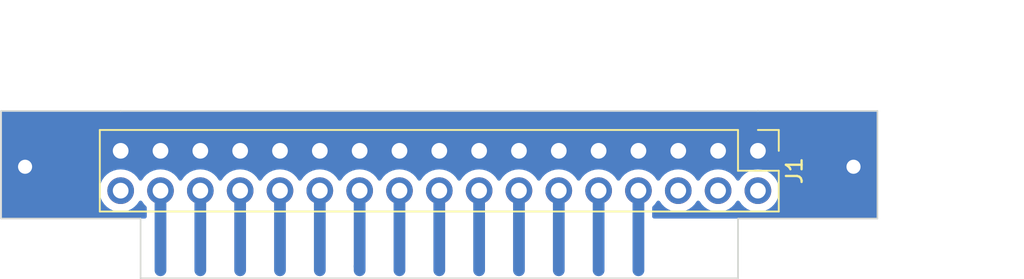
<source format=kicad_pcb>
(kicad_pcb (version 20221018) (generator pcbnew)
  (layers (0 "F.Cu" signal) (31 "B.Cu" signal) (34 "B.Paste" user) (35 "F.Paste" user) (36 "B.SilkS" user "B.Silkscreen") (37 "F.SilkS" user "F.Silkscreen") (38 "B.Mask" user) (39 "F.Mask" user) (44 "Edge.Cuts" user))
  (net 0 "")
  (net 4 "unconnected-(J1-Pin_8-Pad8)")
  (net 5 "unconnected-(J1-Pin_10-Pad10)")
  (net 6 "unconnected-(J1-Pin_12-Pad12)")
  (net 7 "unconnected-(J1-Pin_14-Pad14)")
  (net 8 "unconnected-(J1-Pin_16-Pad16)")
  (net 9 "unconnected-(J1-Pin_18-Pad18)")
  (net 10 "unconnected-(J1-Pin_20-Pad20)")
  (net 11 "unconnected-(J1-Pin_22-Pad22)")
  (net 12 "unconnected-(J1-Pin_24-Pad24)")
  (net 13 "unconnected-(J1-Pin_26-Pad26)")
  (net 14 "unconnected-(J1-Pin_28-Pad28)")
  (net 15 "unconnected-(J1-Pin_30-Pad30)")
  (net 16 "unconnected-(J1-Pin_32-Pad32)")
  (net 18 "GND")
  (footprint "Connector_PinHeader_2.54mm:PinHeader_2x17_P2.54mm_Vertical" (layer "F.Cu") (at 142.24 50.8 -90)
    (fp_text reference "J1" (at 1.27 -2.33 90) (layer "F.SilkS"))
    (fp_text value "Conn_02x17_Odd_Even" hide)
    (fp_line (start -1.33 -1.33) (end 0 -1.33) (stroke (width 0.12)) (layer "F.SilkS"))
    (fp_line (start -1.33 0) (end -1.33 -1.33) (stroke (width 0.12)) (layer "F.SilkS"))
    (fp_line (start -1.33 1.27) (end -1.33 41.97) (stroke (width 0.12)) (layer "F.SilkS"))
    (fp_line (start -1.33 1.27) (end 1.27 1.27) (stroke (width 0.12)) (layer "F.SilkS"))
    (fp_line (start -1.33 41.97) (end 3.87 41.97) (stroke (width 0.12)) (layer "F.SilkS"))
    (fp_line (start 1.27 -1.33) (end 3.87 -1.33) (stroke (width 0.12)) (layer "F.SilkS"))
    (fp_line (start 1.27 1.27) (end 1.27 -1.33) (stroke (width 0.12)) (layer "F.SilkS"))
    (fp_line (start 3.87 -1.33) (end 3.87 41.97) (stroke (width 0.12)) (layer "F.SilkS"))
    (pad "1" thru_hole rect (at 0 0 270) (size 1.7 1.7) (drill 1) (layers "*.Cu" "*.Mask") (net 18 "GND"))
    (pad "2" thru_hole oval (at 2.54 0 270) (size 1.7 1.7) (drill 1) (layers "*.Cu" "*.Mask"))
    (pad "3" thru_hole oval (at 0 2.54 270) (size 1.7 1.7) (drill 1) (layers "*.Cu" "*.Mask") (net 18 "GND"))
    (pad "4" thru_hole oval (at 2.54 2.54 270) (size 1.7 1.7) (drill 1) (layers "*.Cu" "*.Mask"))
    (pad "5" thru_hole oval (at 0 5.08 270) (size 1.7 1.7) (drill 1) (layers "*.Cu" "*.Mask") (net 18 "GND"))
    (pad "6" thru_hole oval (at 2.54 5.08 270) (size 1.7 1.7) (drill 1) (layers "*.Cu" "*.Mask"))
    (pad "7" thru_hole oval (at 0 7.62 270) (size 1.7 1.7) (drill 1) (layers "*.Cu" "*.Mask") (net 18 "GND"))
    (pad "8" thru_hole oval (at 2.54 7.62 270) (size 1.7 1.7) (drill 1) (layers "*.Cu" "*.Mask") (net 4 "unconnected-(J1-Pin_8-Pad8)"))
    (pad "9" thru_hole oval (at 0 10.16 270) (size 1.7 1.7) (drill 1) (layers "*.Cu" "*.Mask") (net 18 "GND"))
    (pad "10" thru_hole oval (at 2.54 10.16 270) (size 1.7 1.7) (drill 1) (layers "*.Cu" "*.Mask") (net 5 "unconnected-(J1-Pin_10-Pad10)"))
    (pad "11" thru_hole oval (at 0 12.7 270) (size 1.7 1.7) (drill 1) (layers "*.Cu" "*.Mask") (net 18 "GND"))
    (pad "12" thru_hole oval (at 2.54 12.7 270) (size 1.7 1.7) (drill 1) (layers "*.Cu" "*.Mask") (net 6 "unconnected-(J1-Pin_12-Pad12)"))
    (pad "13" thru_hole oval (at 0 15.24 270) (size 1.7 1.7) (drill 1) (layers "*.Cu" "*.Mask") (net 18 "GND"))
    (pad "14" thru_hole oval (at 2.54 15.24 270) (size 1.7 1.7) (drill 1) (layers "*.Cu" "*.Mask") (net 7 "unconnected-(J1-Pin_14-Pad14)"))
    (pad "15" thru_hole oval (at 0 17.78 270) (size 1.7 1.7) (drill 1) (layers "*.Cu" "*.Mask") (net 18 "GND"))
    (pad "16" thru_hole oval (at 2.54 17.78 270) (size 1.7 1.7) (drill 1) (layers "*.Cu" "*.Mask") (net 8 "unconnected-(J1-Pin_16-Pad16)"))
    (pad "17" thru_hole oval (at 0 20.32 270) (size 1.7 1.7) (drill 1) (layers "*.Cu" "*.Mask") (net 18 "GND"))
    (pad "18" thru_hole oval (at 2.54 20.32 270) (size 1.7 1.7) (drill 1) (layers "*.Cu" "*.Mask") (net 9 "unconnected-(J1-Pin_18-Pad18)"))
    (pad "19" thru_hole oval (at 0 22.86 270) (size 1.7 1.7) (drill 1) (layers "*.Cu" "*.Mask") (net 18 "GND"))
    (pad "20" thru_hole oval (at 2.54 22.86 270) (size 1.7 1.7) (drill 1) (layers "*.Cu" "*.Mask") (net 10 "unconnected-(J1-Pin_20-Pad20)"))
    (pad "21" thru_hole oval (at 0 25.4 270) (size 1.7 1.7) (drill 1) (layers "*.Cu" "*.Mask") (net 18 "GND"))
    (pad "22" thru_hole oval (at 2.54 25.4 270) (size 1.7 1.7) (drill 1) (layers "*.Cu" "*.Mask") (net 11 "unconnected-(J1-Pin_22-Pad22)"))
    (pad "23" thru_hole oval (at 0 27.94 270) (size 1.7 1.7) (drill 1) (layers "*.Cu" "*.Mask") (net 18 "GND"))
    (pad "24" thru_hole oval (at 2.54 27.94 270) (size 1.7 1.7) (drill 1) (layers "*.Cu" "*.Mask") (net 12 "unconnected-(J1-Pin_24-Pad24)"))
    (pad "25" thru_hole oval (at 0 30.48 270) (size 1.7 1.7) (drill 1) (layers "*.Cu" "*.Mask") (net 18 "GND"))
    (pad "26" thru_hole oval (at 2.54 30.48 270) (size 1.7 1.7) (drill 1) (layers "*.Cu" "*.Mask") (net 13 "unconnected-(J1-Pin_26-Pad26)"))
    (pad "27" thru_hole oval (at 0 33.02 270) (size 1.7 1.7) (drill 1) (layers "*.Cu" "*.Mask") (net 18 "GND"))
    (pad "28" thru_hole oval (at 2.54 33.02 270) (size 1.7 1.7) (drill 1) (layers "*.Cu" "*.Mask") (net 14 "unconnected-(J1-Pin_28-Pad28)"))
    (pad "29" thru_hole oval (at 0 35.56 270) (size 1.7 1.7) (drill 1) (layers "*.Cu" "*.Mask") (net 18 "GND"))
    (pad "30" thru_hole oval (at 2.54 35.56 270) (size 1.7 1.7) (drill 1) (layers "*.Cu" "*.Mask") (net 15 "unconnected-(J1-Pin_30-Pad30)"))
    (pad "31" thru_hole oval (at 0 38.1 270) (size 1.7 1.7) (drill 1) (layers "*.Cu" "*.Mask") (net 18 "GND"))
    (pad "32" thru_hole oval (at 2.54 38.1 270) (size 1.7 1.7) (drill 1) (layers "*.Cu" "*.Mask") (net 16 "unconnected-(J1-Pin_32-Pad32)"))
    (pad "33" thru_hole oval (at 0 40.64 270) (size 1.7 1.7) (drill 1) (layers "*.Cu" "*.Mask") (net 18 "GND"))
    (pad "34" thru_hole oval (at 2.54 40.64 270) (size 1.7 1.7) (drill 1) (layers "*.Cu" "*.Mask"))
  )
  (gr_line (start 142.24 48.26) (end 149.86 48.26) (stroke (width 0.1)) (layer "Edge.Cuts"))
  (gr_line (start 102.87 55.118) (end 93.98 55.118) (stroke (width 0.1)) (layer "Edge.Cuts"))
  (gr_line (start 149.86 48.26) (end 149.86 55.118) (stroke (width 0.1)) (layer "Edge.Cuts"))
  (gr_line (start 101.6 48.26) (end 142.24 48.26) (stroke (width 0.1)) (layer "Edge.Cuts"))
  (gr_line (start 140.97 58.928) (end 140.97 55.118) (stroke (width 0.1)) (layer "Edge.Cuts"))
  (gr_line (start 102.87 58.928) (end 140.97 58.928) (stroke (width 0.1)) (layer "Edge.Cuts"))
  (gr_line (start 101.6 48.26) (end 93.98 48.26) (stroke (width 0.1)) (layer "Edge.Cuts"))
  (gr_line (start 102.87 58.928) (end 102.87 55.118) (stroke (width 0.1)) (layer "Edge.Cuts"))
  (gr_line (start 140.97 55.118) (end 149.86 55.118) (stroke (width 0.1)) (layer "Edge.Cuts"))
  (gr_line (start 93.98 48.26) (end 93.98 55.118) (stroke (width 0.1)) (layer "Edge.Cuts"))
  (segment (start 134.62 53.34) (end 134.62 58.42) (width 0.75) (layer "B.Cu") (net 4))
  (segment (start 132.08 53.34) (end 132.08 58.42) (width 0.75) (layer "B.Cu") (net 5))
  (segment (start 129.54 53.34) (end 129.54 58.42) (width 0.75) (layer "B.Cu") (net 6))
  (segment (start 127 53.34) (end 127 58.42) (width 0.75) (layer "B.Cu") (net 7))
  (segment (start 124.46 53.34) (end 124.46 58.42) (width 0.75) (layer "B.Cu") (net 8))
  (segment (start 121.92 53.34) (end 121.92 58.42) (width 0.75) (layer "B.Cu") (net 9))
  (segment (start 119.38 53.34) (end 119.38 58.42) (width 0.75) (layer "B.Cu") (net 10))
  (segment (start 116.84 53.34) (end 116.84 58.166) (width 0.75) (layer "B.Cu") (net 11))
  (segment (start 116.84 58.166) (end 116.84 58.42) (width 0.75) (layer "B.Cu") (net 11))
  (segment (start 114.3 53.34) (end 114.3 58.42) (width 0.75) (layer "B.Cu") (net 12))
  (segment (start 111.76 53.34) (end 111.76 58.42) (width 0.75) (layer "B.Cu") (net 13))
  (segment (start 109.22 53.34) (end 109.22 58.42) (width 0.75) (layer "B.Cu") (net 14))
  (segment (start 106.68 53.34) (end 106.68 58.42) (width 0.75) (layer "B.Cu") (net 15))
  (segment (start 104.14 53.34) (end 104.14 58.42) (width 0.75) (layer "B.Cu") (net 16))
  (via (at 95.504 51.816) (size 1.6) (drill 0.9) (layers "F.Cu" "B.Cu") (net 18))
  (via (at 148.336 51.816) (size 1.6) (drill 0.9) (layers "F.Cu" "B.Cu") (net 18))
  (segment (start 109.22 50.8) (end 111.76 50.8) (width 0.75) (layer "B.Cu") (net 18))
  (segment (start 124.46 50.8) (end 127 50.8) (width 0.75) (layer "B.Cu") (net 18))
  (segment (start 137.16 50.8) (end 139.7 50.8) (width 0.75) (layer "B.Cu") (net 18))
  (segment (start 111.76 50.8) (end 114.3 50.8) (width 0.75) (layer "B.Cu") (net 18))
  (segment (start 104.14 50.8) (end 106.68 50.8) (width 0.75) (layer "B.Cu") (net 18))
  (segment (start 121.92 50.8) (end 124.46 50.8) (width 0.75) (layer "B.Cu") (net 18))
  (segment (start 139.7 50.8) (end 142.24 50.8) (width 0.75) (layer "B.Cu") (net 18))
  (segment (start 106.68 50.8) (end 109.22 50.8) (width 0.75) (layer "B.Cu") (net 18))
  (segment (start 129.54 50.8) (end 132.08 50.8) (width 0.75) (layer "B.Cu") (net 18))
  (segment (start 116.84 50.8) (end 119.38 50.8) (width 0.75) (layer "B.Cu") (net 18))
  (segment (start 101.6 50.8) (end 104.14 50.8) (width 0.75) (layer "B.Cu") (net 18))
  (segment (start 119.38 50.8) (end 121.92 50.8) (width 0.75) (layer "B.Cu") (net 18))
  (segment (start 127 50.8) (end 129.54 50.8) (width 0.75) (layer "B.Cu") (net 18))
  (segment (start 114.3 50.8) (end 116.84 50.8) (width 0.75) (layer "B.Cu") (net 18))
  (segment (start 134.62 50.8) (end 137.16 50.8) (width 0.75) (layer "B.Cu") (net 18))
  (segment (start 132.08 50.8) (end 134.62 50.8) (width 0.75) (layer "B.Cu") (net 18))
  (zone (net 18) (net_name "GND") (layer "B.Cu") (connect_pads yes (clearance 0.5)) (min_thickness 0.25) (fill yes (thermal_gap 0.5) (thermal_bridge_width 0.5))
    (polygon (pts (xy 93.98 48.26) (xy 149.86 48.26) (xy 149.86 58.928) (xy 93.98 58.928)))
  )
  (zone (net 0) (net_name "") (layers "B.Cu" "Edge.Cuts") (connect_pads yes (clearance 0)) (min_thickness 0.25)
    (keepout (tracks not_allowed) (vias not_allowed) (pads not_allowed) (copperpour not_allowed) (footprints allowed))
    (fill (thermal_gap 0.5) (thermal_bridge_width 0.5))
    (polygon (pts (xy 93.98 55.118) (xy 149.86 55.118) (xy 149.86 58.928) (xy 93.98 58.928)))
  )
)
</source>
